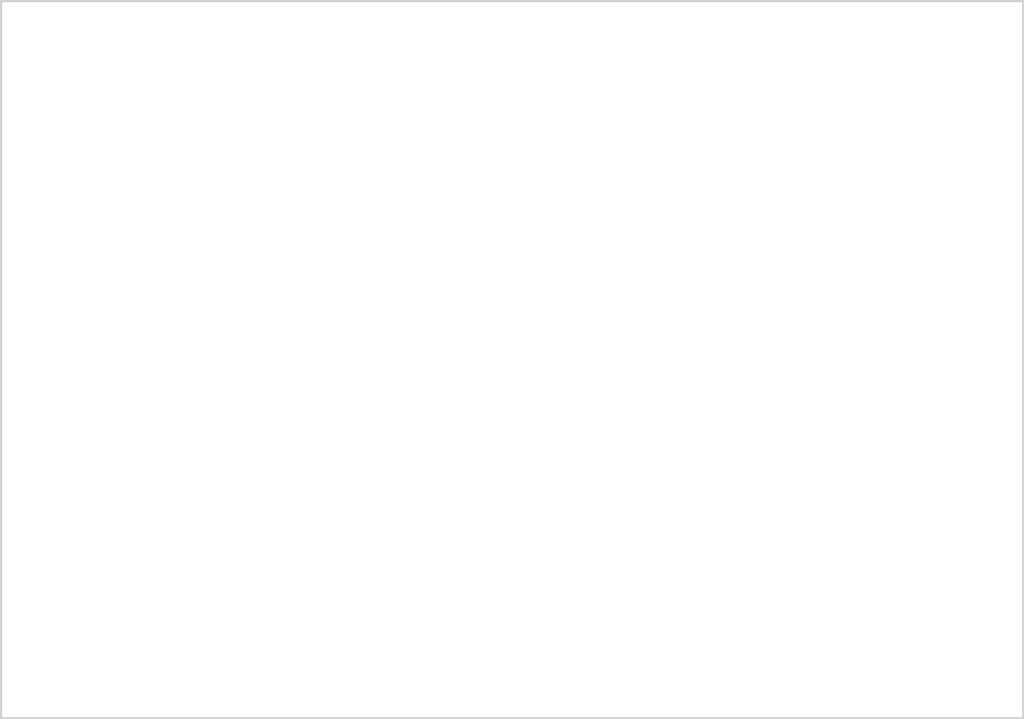
<source format=kicad_pcb>
(kicad_pcb
	(version 20241229)
	(generator "pcbnew")
	(generator_version "9.0")
	(general
		(thickness 1.6002)
		(legacy_teardrops no)
	)
	(paper "A4")
	(title_block
		(rev "1")
		(comment 4 "AISLER Project ID: RSPKXIZN")
	)
	(layers
		(0 "F.Cu" signal "Front")
		(2 "B.Cu" signal "Back")
		(13 "F.Paste" user)
		(15 "B.Paste" user)
		(5 "F.SilkS" user "F.Silkscreen")
		(7 "B.SilkS" user "B.Silkscreen")
		(1 "F.Mask" user)
		(3 "B.Mask" user)
		(25 "Edge.Cuts" user)
		(27 "Margin" user)
		(31 "F.CrtYd" user "F.Courtyard")
		(29 "B.CrtYd" user "B.Courtyard")
		(35 "F.Fab" user)
	)
	(setup
		(pad_to_mask_clearance 0)
		(allow_soldermask_bridges_in_footprints no)
		(tenting front back)
		(pcbplotparams
			(layerselection 0x00000000_00000000_55555555_5755f5ff)
			(plot_on_all_layers_selection 0x00000000_00000000_00000000_00000000)
			(disableapertmacros no)
			(usegerberextensions no)
			(usegerberattributes no)
			(usegerberadvancedattributes no)
			(creategerberjobfile no)
			(dashed_line_dash_ratio 12.000000)
			(dashed_line_gap_ratio 3.000000)
			(svgprecision 4)
			(plotframeref no)
			(mode 1)
			(useauxorigin no)
			(hpglpennumber 1)
			(hpglpenspeed 20)
			(hpglpendiameter 15.000000)
			(pdf_front_fp_property_popups yes)
			(pdf_back_fp_property_popups yes)
			(pdf_metadata yes)
			(pdf_single_document no)
			(dxfpolygonmode yes)
			(dxfimperialunits yes)
			(dxfusepcbnewfont yes)
			(psnegative no)
			(psa4output no)
			(plot_black_and_white yes)
			(sketchpadsonfab no)
			(plotpadnumbers no)
			(hidednponfab no)
			(sketchdnponfab yes)
			(crossoutdnponfab yes)
			(subtractmaskfromsilk yes)
			(outputformat 1)
			(mirror no)
			(drillshape 0)
			(scaleselection 1)
			(outputdirectory "./gerbers_for_aisler")
		)
	)
	(net 0 "")
	(gr_rect
		(start 80 64)
		(end 127 97)
		(stroke
			(width 0.1)
			(type default)
		)
		(fill no)
		(layer "Edge.Cuts")
		(uuid "db4df8ae-c0ec-4bbe-88bb-84c3d08e5628")
	)
	(embedded_fonts no)
)

</source>
